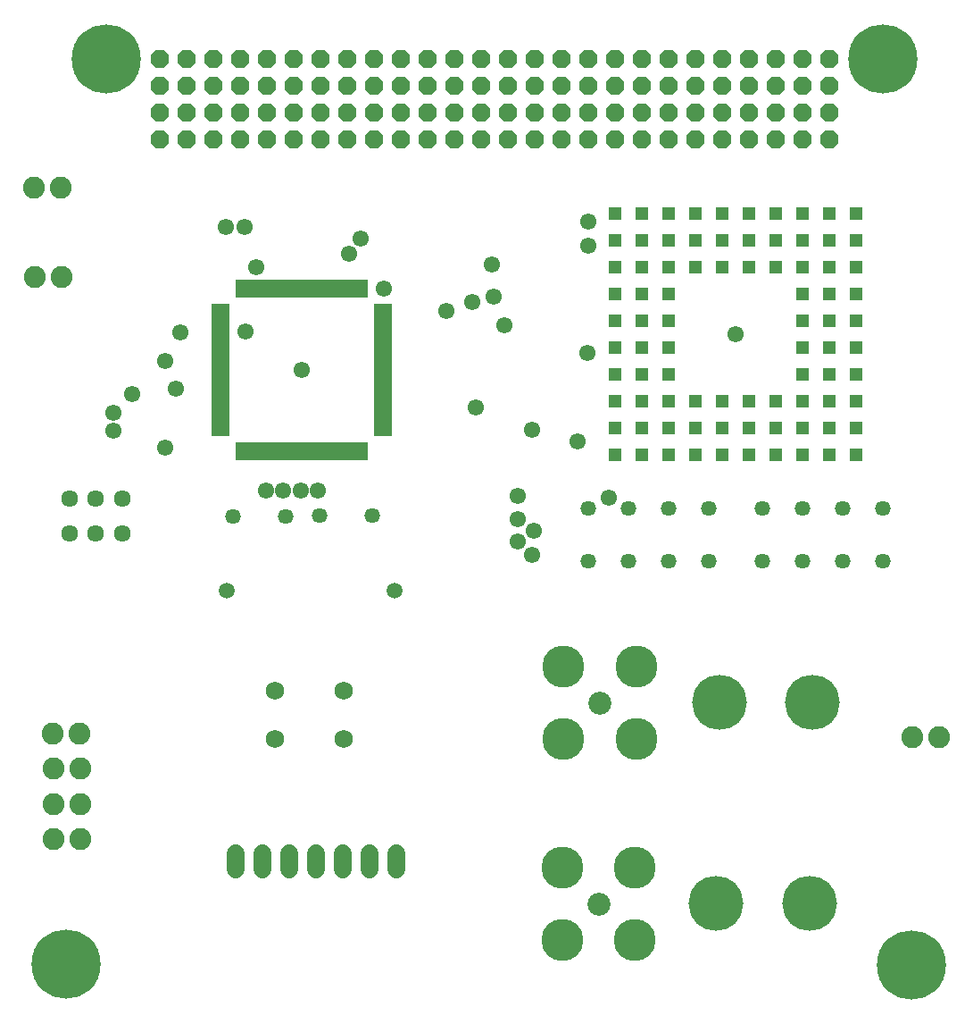
<source format=gbr>
G04 EAGLE Gerber RS-274X export*
G75*
%MOMM*%
%FSLAX34Y34*%
%LPD*%
%INSoldermask Top*%
%IPPOS*%
%AMOC8*
5,1,8,0,0,1.08239X$1,22.5*%
G01*
%ADD10P,1.852186X8X22.500000*%
%ADD11C,2.082800*%
%ADD12R,1.678200X0.503200*%
%ADD13R,0.503200X1.678200*%
%ADD14C,1.727200*%
%ADD15C,1.461200*%
%ADD16C,1.511200*%
%ADD17C,1.743200*%
%ADD18C,1.611200*%
%ADD19R,1.311200X1.311200*%
%ADD20C,2.183200*%
%ADD21C,3.983200*%
%ADD22C,5.203200*%
%ADD23C,6.553200*%
%ADD24C,1.553200*%


D10*
X139700Y831850D03*
X139700Y857250D03*
X165100Y831850D03*
X165100Y857250D03*
X190500Y831850D03*
X190500Y857250D03*
X215900Y831850D03*
X215900Y857250D03*
X241300Y831850D03*
X241300Y857250D03*
X266700Y831850D03*
X266700Y857250D03*
X292100Y831850D03*
X292100Y857250D03*
X317500Y831850D03*
X317500Y857250D03*
X342900Y831850D03*
X342900Y857250D03*
X368300Y831850D03*
X368300Y857250D03*
X393700Y831850D03*
X393700Y857250D03*
X419100Y831850D03*
X419100Y857250D03*
X444500Y831850D03*
X444500Y857250D03*
X469900Y831850D03*
X469900Y857250D03*
X495300Y831850D03*
X495300Y857250D03*
X520700Y831850D03*
X520700Y857250D03*
X546100Y831850D03*
X546100Y857250D03*
X571500Y831850D03*
X571500Y857250D03*
X596900Y831850D03*
X596900Y857250D03*
X622300Y831850D03*
X622300Y857250D03*
X647700Y831850D03*
X647700Y857250D03*
X673100Y831850D03*
X673100Y857250D03*
X698500Y831850D03*
X698500Y857250D03*
X723900Y831850D03*
X723900Y857250D03*
X749300Y831850D03*
X749300Y857250D03*
X774700Y831850D03*
X774700Y857250D03*
X139700Y882650D03*
X139700Y908050D03*
X165100Y882650D03*
X165100Y908050D03*
X190500Y882650D03*
X190500Y908050D03*
X215900Y882650D03*
X215900Y908050D03*
X241300Y882650D03*
X241300Y908050D03*
X266700Y882650D03*
X266700Y908050D03*
X292100Y882650D03*
X292100Y908050D03*
X317500Y882650D03*
X317500Y908050D03*
X342900Y882650D03*
X342900Y908050D03*
X368300Y882650D03*
X368300Y908050D03*
X393700Y882650D03*
X393700Y908050D03*
X419100Y882650D03*
X419100Y908050D03*
X444500Y882650D03*
X444500Y908050D03*
X469900Y882650D03*
X469900Y908050D03*
X495300Y882650D03*
X495300Y908050D03*
X520700Y882650D03*
X520700Y908050D03*
X546100Y882650D03*
X546100Y908050D03*
X571500Y882650D03*
X571500Y908050D03*
X596900Y882650D03*
X596900Y908050D03*
X622300Y882650D03*
X622300Y908050D03*
X647700Y882650D03*
X647700Y908050D03*
X673100Y882650D03*
X673100Y908050D03*
X698500Y882650D03*
X698500Y908050D03*
X723900Y882650D03*
X723900Y908050D03*
X749300Y882650D03*
X749300Y908050D03*
X774700Y882650D03*
X774700Y908050D03*
D11*
X38862Y235966D03*
X64262Y235966D03*
X20828Y701294D03*
X46228Y701294D03*
X20320Y785876D03*
X45720Y785876D03*
X878332Y265684D03*
X852932Y265684D03*
X38862Y202184D03*
X64262Y202184D03*
X38862Y169164D03*
X64262Y169164D03*
X38100Y268478D03*
X63500Y268478D03*
D12*
X351446Y553410D03*
X351446Y558410D03*
X351446Y563410D03*
X351446Y568410D03*
X351446Y573410D03*
X351446Y578410D03*
X351446Y583410D03*
X351446Y588410D03*
X351446Y593410D03*
X351446Y598410D03*
X351446Y603410D03*
X351446Y608410D03*
X351446Y613410D03*
X351446Y618410D03*
X351446Y623410D03*
X351446Y628410D03*
X351446Y633410D03*
X351446Y638410D03*
X351446Y643410D03*
X351446Y648410D03*
X351446Y653410D03*
X351446Y658410D03*
X351446Y663410D03*
X351446Y668410D03*
X351446Y673410D03*
D13*
X334066Y690790D03*
X329066Y690790D03*
X324066Y690790D03*
X319066Y690790D03*
X314066Y690790D03*
X309066Y690790D03*
X304066Y690790D03*
X299066Y690790D03*
X294066Y690790D03*
X289066Y690790D03*
X284066Y690790D03*
X279066Y690790D03*
X274066Y690790D03*
X269066Y690790D03*
X264066Y690790D03*
X259066Y690790D03*
X254066Y690790D03*
X249066Y690790D03*
X244066Y690790D03*
X239066Y690790D03*
X234066Y690790D03*
X229066Y690790D03*
X224066Y690790D03*
X219066Y690790D03*
X214066Y690790D03*
D12*
X196686Y673410D03*
X196686Y668410D03*
X196686Y663410D03*
X196686Y658410D03*
X196686Y653410D03*
X196686Y648410D03*
X196686Y643410D03*
X196686Y638410D03*
X196686Y633410D03*
X196686Y628410D03*
X196686Y623410D03*
X196686Y618410D03*
X196686Y613410D03*
X196686Y608410D03*
X196686Y603410D03*
X196686Y598410D03*
X196686Y593410D03*
X196686Y588410D03*
X196686Y583410D03*
X196686Y578410D03*
X196686Y573410D03*
X196686Y568410D03*
X196686Y563410D03*
X196686Y558410D03*
X196686Y553410D03*
D13*
X214066Y536030D03*
X219066Y536030D03*
X224066Y536030D03*
X229066Y536030D03*
X234066Y536030D03*
X239066Y536030D03*
X244066Y536030D03*
X249066Y536030D03*
X254066Y536030D03*
X259066Y536030D03*
X264066Y536030D03*
X269066Y536030D03*
X274066Y536030D03*
X279066Y536030D03*
X284066Y536030D03*
X289066Y536030D03*
X294066Y536030D03*
X299066Y536030D03*
X304066Y536030D03*
X309066Y536030D03*
X314066Y536030D03*
X319066Y536030D03*
X324066Y536030D03*
X329066Y536030D03*
X334066Y536030D03*
D14*
X363728Y155448D02*
X363728Y140208D01*
X338328Y140208D02*
X338328Y155448D01*
X312928Y155448D02*
X312928Y140208D01*
X287528Y140208D02*
X287528Y155448D01*
X262128Y155448D02*
X262128Y140208D01*
X236728Y140208D02*
X236728Y155448D01*
X211328Y155448D02*
X211328Y140208D01*
D15*
X291230Y475234D03*
X341230Y475234D03*
D16*
X362204Y404114D03*
X203204Y404114D03*
D17*
X248920Y309118D03*
X313920Y309118D03*
X248920Y264118D03*
X313920Y264118D03*
D15*
X208680Y474980D03*
X258680Y474980D03*
D18*
X53740Y458480D03*
X78740Y458480D03*
X103740Y458480D03*
X53740Y491480D03*
X78740Y491480D03*
X103740Y491480D03*
D19*
X622300Y660400D03*
X622300Y635000D03*
X622300Y609600D03*
X622300Y584200D03*
X647700Y584200D03*
X673100Y584200D03*
X698500Y584200D03*
X723900Y584200D03*
X749300Y584200D03*
X749300Y609600D03*
X749300Y635000D03*
X749300Y660400D03*
X749300Y685800D03*
X749300Y711200D03*
X723900Y711200D03*
X698500Y711200D03*
X673100Y711200D03*
X647700Y711200D03*
X622300Y711200D03*
X622300Y685800D03*
X596900Y711200D03*
X571500Y711200D03*
X571500Y685800D03*
X596900Y685800D03*
X596900Y660400D03*
X571500Y660400D03*
X571500Y635000D03*
X596900Y635000D03*
X596900Y609600D03*
X571500Y609600D03*
X571500Y584200D03*
X596900Y584200D03*
X571500Y558800D03*
X596900Y558800D03*
X622300Y558800D03*
X647700Y558800D03*
X673100Y558800D03*
X698500Y558800D03*
X723900Y558800D03*
X749300Y558800D03*
X774700Y558800D03*
X800100Y558800D03*
X800100Y584200D03*
X774700Y584200D03*
X774700Y609600D03*
X800100Y609600D03*
X800100Y635000D03*
X774700Y635000D03*
X774700Y660400D03*
X800100Y660400D03*
X800100Y685800D03*
X774700Y685800D03*
X774700Y711200D03*
X800100Y711200D03*
X800100Y736600D03*
X800100Y762000D03*
X774700Y762000D03*
X774700Y736600D03*
X749300Y736600D03*
X749300Y762000D03*
X723900Y762000D03*
X723900Y736600D03*
X698500Y736600D03*
X698500Y762000D03*
X673100Y762000D03*
X673100Y736600D03*
X647700Y736600D03*
X647700Y762000D03*
X622300Y762000D03*
X622300Y736600D03*
X596900Y736600D03*
X596900Y762000D03*
X571500Y762000D03*
X571500Y736600D03*
X571500Y533400D03*
X596900Y533400D03*
X622300Y533400D03*
X647700Y533400D03*
X673100Y533400D03*
X698500Y533400D03*
X723900Y533400D03*
X749300Y533400D03*
X774700Y533400D03*
X800100Y533400D03*
D15*
X546100Y432200D03*
X546100Y482200D03*
X584200Y432200D03*
X584200Y482200D03*
X622300Y432200D03*
X622300Y482200D03*
X660400Y432200D03*
X660400Y482200D03*
X711200Y432200D03*
X711200Y482200D03*
X749300Y432200D03*
X749300Y482200D03*
X787400Y432200D03*
X787400Y482200D03*
X825500Y432200D03*
X825500Y482200D03*
D20*
X556890Y297720D03*
D21*
X522590Y332020D03*
X522590Y263420D03*
X591190Y263420D03*
X591190Y332020D03*
D22*
X670560Y298450D03*
X758190Y298450D03*
X666750Y107950D03*
X755650Y107950D03*
D20*
X555620Y107220D03*
D21*
X521320Y141520D03*
X521320Y72920D03*
X589920Y72920D03*
X589920Y141520D03*
D23*
X50800Y50800D03*
X88900Y908050D03*
X825500Y908050D03*
X852170Y49530D03*
D24*
X220980Y650240D03*
X351790Y690880D03*
X535940Y546100D03*
X219710Y749300D03*
X685800Y647700D03*
X492760Y438150D03*
X478790Y450450D03*
X494030Y461010D03*
X478790Y472040D03*
X544830Y629520D03*
X466572Y655802D03*
X240030Y499110D03*
X411633Y669137D03*
X256540Y499110D03*
X435610Y678180D03*
X273050Y499110D03*
X455930Y683260D03*
X289560Y499110D03*
X439420Y577850D03*
X546100Y753980D03*
X113030Y590550D03*
X546100Y731520D03*
X454660Y713340D03*
X144780Y622300D03*
X95250Y556260D03*
X144780Y539750D03*
X95250Y572770D03*
X492760Y556670D03*
X154940Y595630D03*
X565150Y492760D03*
X478790Y493630D03*
X201930Y749300D03*
X274320Y613410D03*
X318770Y723900D03*
X330200Y737870D03*
X158750Y648970D03*
X231140Y711200D03*
M02*

</source>
